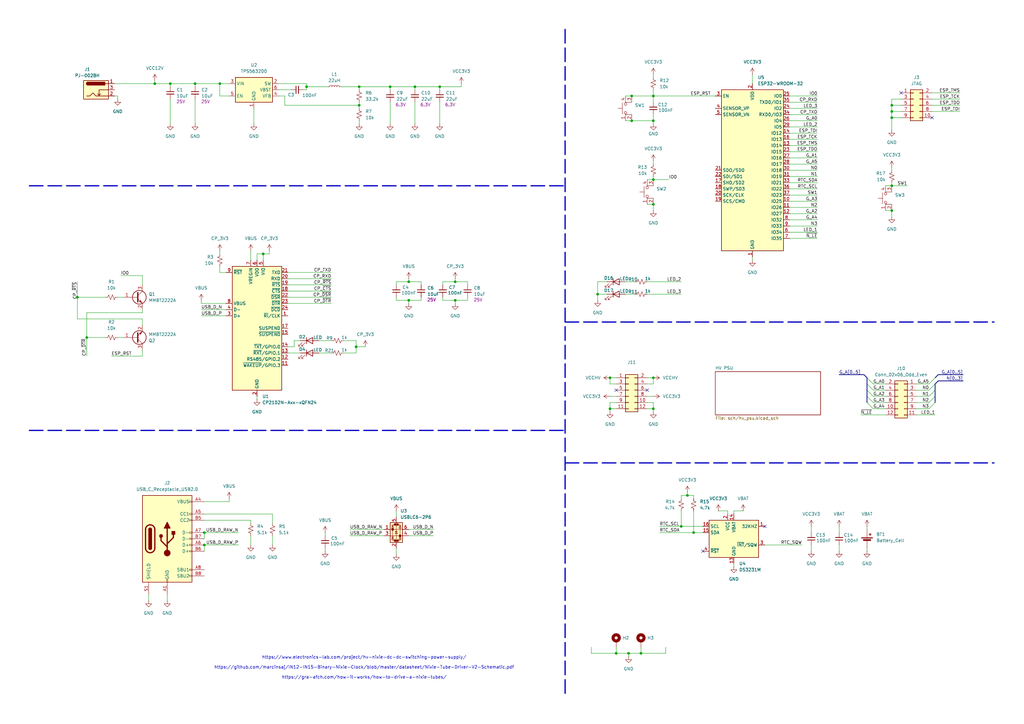
<source format=kicad_sch>
(kicad_sch (version 20250114) (generator "eeschema") (generator_version "9.0")
  (paper "A3")
  (text "https://www.electronics-lab.com/project/hv-nixie-dc-dc-switching-power-supply/\n\nhttps://github.com/marcinsaj/IN12-IN15-Binary-Nixie-Clock/blob/master/datasheet/Nixie-Tube-Driver-V2-Schematic.pdf\n\nhttps://gra-afch.com/how-it-works/how-to-drive-a-nixie-tubes/" (at 149.352 273.812 0) (effects (font (size 1.27 1.27))))
  (junction (at 63.5 34.29))
  (junction (at 284.48 218.44))
  (junction (at 365.76 45.72))
  (junction (at 147.32 35.56))
  (junction (at 80.01 34.29))
  (junction (at 365.76 86.36))
  (junction (at 180.34 35.56))
  (junction (at 365.76 76.2))
  (junction (at 170.18 35.56))
  (junction (at 160.02 35.56))
  (junction (at 83.82 223.52))
  (junction (at 107.95 104.14))
  (junction (at 146.05 142.24))
  (junction (at 259.08 39.37))
  (junction (at 250.19 167.64))
  (junction (at 167.64 123.19))
  (junction (at 267.97 167.64))
  (junction (at 125.73 35.56))
  (junction (at 250.19 154.94))
  (junction (at 147.32 43.18))
  (junction (at 267.97 39.37))
  (junction (at 267.97 154.94))
  (junction (at 245.11 120.65))
  (junction (at 365.76 43.18))
  (junction (at 31.75 121.92))
  (junction (at 267.97 49.53))
  (junction (at 262.89 267.97))
  (junction (at 252.73 267.97))
  (junction (at 259.08 49.53))
  (junction (at 267.97 73.66))
  (junction (at 186.69 123.19))
  (junction (at 83.82 218.44))
  (junction (at 365.76 48.26))
  (junction (at 267.97 83.82))
  (junction (at 90.17 34.29))
  (junction (at 69.85 34.29))
  (junction (at 35.56 138.43))
  (junction (at 279.4 215.9))
  (junction (at 281.94 203.2))
  (junction (at 167.64 115.57))
  (junction (at 186.69 115.57))
  (junction (at 257.81 267.97))
  (no_connect (at 313.69 215.9))
  (no_connect (at 265.43 160.02))
  (no_connect (at 369.57 38.1))
  (no_connect (at 288.29 226.06))
  (no_connect (at 252.73 160.02))
  (no_connect (at 382.27 48.26))
  (bus_entry (at 383.54 154.94) (size -2.54 2.54))
  (bus_entry (at 383.54 162.56) (size -2.54 2.54))
  (bus_entry (at 355.6 157.48) (size 2.54 2.54))
  (bus_entry (at 383.54 165.1) (size -2.54 2.54))
  (bus_entry (at 355.6 160.02) (size 2.54 2.54))
  (bus_entry (at 355.6 165.1) (size 2.54 2.54))
  (bus_entry (at 383.54 157.48) (size -2.54 2.54))
  (bus_entry (at 355.6 154.94) (size 2.54 2.54))
  (bus_entry (at 355.6 162.56) (size 2.54 2.54))
  (bus_entry (at 383.54 160.02) (size -2.54 2.54))
  (wire (pts (xy 245.11 115.57) (xy 248.92 115.57)))
  (wire (pts (xy 160.02 35.56) (xy 170.18 35.56)))
  (wire (pts (xy 82.55 123.19) (xy 82.55 124.46)))
  (polyline (pts (xy 231.775 132.08) (xy 407.67 132.08)) (stroke (width 0.508) (type dash)))
  (wire (pts (xy 68.58 243.84) (xy 68.58 246.38)))
  (wire (pts (xy 284.48 209.55) (xy 284.48 218.44)))
  (wire (pts (xy 323.85 72.39) (xy 335.28 72.39)))
  (wire (pts (xy 46.99 39.37) (xy 48.26 39.37)))
  (wire (pts (xy 118.11 144.78) (xy 123.19 144.78)))
  (wire (pts (xy 250.19 165.1) (xy 250.19 167.64)))
  (wire (pts (xy 162.56 115.57) (xy 167.64 115.57)))
  (wire (pts (xy 135.89 139.7) (xy 130.81 139.7)))
  (wire (pts (xy 83.82 210.82) (xy 111.76 210.82)))
  (wire (pts (xy 146.05 144.78) (xy 140.97 144.78)))
  (wire (pts (xy 267.97 30.48) (xy 267.97 31.75)))
  (wire (pts (xy 365.76 86.36) (xy 365.76 88.9)))
  (wire (pts (xy 298.45 209.55) (xy 298.45 210.82)))
  (wire (pts (xy 358.14 167.64) (xy 363.22 167.64)))
  (wire (pts (xy 365.76 48.26) (xy 365.76 53.34)))
  (wire (pts (xy 146.05 139.7) (xy 140.97 139.7)))
  (wire (pts (xy 118.11 121.92) (xy 135.89 121.92)))
  (wire (pts (xy 186.69 115.57) (xy 191.77 115.57)))
  (wire (pts (xy 92.71 129.54) (xy 82.55 129.54)))
  (wire (pts (xy 147.32 43.18) (xy 147.32 44.45)))
  (wire (pts (xy 262.89 267.97) (xy 273.05 267.97)))
  (wire (pts (xy 323.85 41.91) (xy 335.28 41.91)))
  (wire (pts (xy 90.17 102.87) (xy 90.17 104.14)))
  (wire (pts (xy 323.85 49.53) (xy 335.28 49.53)))
  (wire (pts (xy 118.11 119.38) (xy 135.89 119.38)))
  (wire (pts (xy 83.82 223.52) (xy 97.79 223.52)))
  (wire (pts (xy 90.17 111.76) (xy 92.71 111.76)))
  (wire (pts (xy 335.28 64.77) (xy 323.85 64.77)))
  (wire (pts (xy 267.97 72.39) (xy 267.97 73.66)))
  (wire (pts (xy 102.87 219.71) (xy 102.87 223.52)))
  (wire (pts (xy 181.61 123.19) (xy 186.69 123.19)))
  (wire (pts (xy 250.19 162.56) (xy 252.73 162.56)))
  (wire (pts (xy 382.27 38.1) (xy 393.7 38.1)))
  (wire (pts (xy 124.46 36.83) (xy 125.73 36.83)))
  (wire (pts (xy 304.8 209.55) (xy 300.99 209.55)))
  (wire (pts (xy 365.76 45.72) (xy 365.76 48.26)))
  (wire (pts (xy 189.23 34.29) (xy 189.23 35.56)))
  (bus (pts (xy 394.97 156.21) (xy 384.81 156.21)))
  (wire (pts (xy 267.97 36.83) (xy 267.97 39.37)))
  (wire (pts (xy 172.72 121.92) (xy 172.72 123.19)))
  (wire (pts (xy 323.85 80.01) (xy 335.28 80.01)))
  (wire (pts (xy 281.94 203.2) (xy 279.4 203.2)))
  (wire (pts (xy 90.17 34.29) (xy 90.17 39.37)))
  (wire (pts (xy 133.35 218.44) (xy 133.35 219.71)))
  (wire (pts (xy 245.11 115.57) (xy 245.11 120.65)))
  (wire (pts (xy 31.75 121.92) (xy 31.75 130.81)))
  (wire (pts (xy 69.85 34.29) (xy 69.85 35.56)))
  (wire (pts (xy 382.27 40.64) (xy 393.7 40.64)))
  (wire (pts (xy 162.56 209.55) (xy 162.56 212.09)))
  (wire (pts (xy 284.48 203.2) (xy 284.48 204.47)))
  (wire (pts (xy 162.56 116.84) (xy 162.56 115.57)))
  (wire (pts (xy 80.01 34.29) (xy 80.01 35.56)))
  (wire (pts (xy 365.76 45.72) (xy 369.57 45.72)))
  (wire (pts (xy 332.74 215.9) (xy 332.74 218.44)))
  (wire (pts (xy 256.54 120.65) (xy 260.35 120.65)))
  (wire (pts (xy 58.42 146.05) (xy 58.42 143.51)))
  (wire (pts (xy 323.85 90.17) (xy 335.28 90.17)))
  (wire (pts (xy 344.17 223.52) (xy 344.17 226.06)))
  (wire (pts (xy 167.64 219.71) (xy 177.8 219.71)))
  (wire (pts (xy 111.76 210.82) (xy 111.76 214.63)))
  (wire (pts (xy 382.27 43.18) (xy 393.7 43.18)))
  (wire (pts (xy 35.56 138.43) (xy 35.56 146.05)))
  (wire (pts (xy 104.14 44.45) (xy 104.14 50.8)))
  (wire (pts (xy 48.26 121.92) (xy 50.8 121.92)))
  (wire (pts (xy 48.26 39.37) (xy 48.26 40.64)))
  (wire (pts (xy 133.35 224.79) (xy 133.35 226.06)))
  (wire (pts (xy 323.85 39.37) (xy 335.28 39.37)))
  (wire (pts (xy 267.97 162.56) (xy 265.43 162.56)))
  (wire (pts (xy 118.11 124.46) (xy 135.89 124.46)))
  (wire (pts (xy 365.76 43.18) (xy 365.76 45.72)))
  (wire (pts (xy 323.85 67.31) (xy 335.28 67.31)))
  (wire (pts (xy 118.11 142.24) (xy 120.65 142.24)))
  (wire (pts (xy 125.73 35.56) (xy 134.62 35.56)))
  (wire (pts (xy 323.85 87.63) (xy 335.28 87.63)))
  (wire (pts (xy 252.73 267.97) (xy 257.81 267.97)))
  (wire (pts (xy 63.5 33.02) (xy 63.5 34.29)))
  (wire (pts (xy 323.85 69.85) (xy 335.28 69.85)))
  (wire (pts (xy 186.69 123.19) (xy 186.69 124.46)))
  (wire (pts (xy 323.85 46.99) (xy 335.28 46.99)))
  (wire (pts (xy 363.22 76.2) (xy 365.76 76.2)))
  (wire (pts (xy 375.92 167.64) (xy 381 167.64)))
  (wire (pts (xy 146.05 142.24) (xy 146.05 144.78)))
  (wire (pts (xy 259.08 49.53) (xy 267.97 49.53)))
  (wire (pts (xy 58.42 130.81) (xy 31.75 130.81)))
  (wire (pts (xy 242.57 267.97) (xy 252.73 267.97)))
  (wire (pts (xy 270.51 218.44) (xy 284.48 218.44)))
  (wire (pts (xy 167.64 114.3) (xy 167.64 115.57)))
  (wire (pts (xy 105.41 104.14) (xy 107.95 104.14)))
  (wire (pts (xy 256.54 49.53) (xy 259.08 49.53)))
  (wire (pts (xy 110.49 104.14) (xy 107.95 104.14)))
  (wire (pts (xy 147.32 35.56) (xy 147.32 36.83)))
  (wire (pts (xy 102.87 213.36) (xy 102.87 214.63)))
  (wire (pts (xy 281.94 201.93) (xy 281.94 203.2)))
  (wire (pts (xy 58.42 133.35) (xy 58.42 130.81)))
  (wire (pts (xy 365.76 76.2) (xy 372.11 76.2)))
  (wire (pts (xy 49.53 113.03) (xy 58.42 113.03)))
  (wire (pts (xy 375.92 165.1) (xy 381 165.1)))
  (wire (pts (xy 93.98 204.47) (xy 93.98 205.74)))
  (wire (pts (xy 92.71 124.46) (xy 82.55 124.46)))
  (wire (pts (xy 83.82 218.44) (xy 83.82 220.98)))
  (wire (pts (xy 267.97 83.82) (xy 267.97 86.36)))
  (wire (pts (xy 323.85 97.79) (xy 335.28 97.79)))
  (wire (pts (xy 267.97 73.66) (xy 274.32 73.66)))
  (wire (pts (xy 300.99 231.14) (xy 300.99 232.41)))
  (wire (pts (xy 147.32 49.53) (xy 147.32 50.8)))
  (wire (pts (xy 308.61 30.48) (xy 308.61 34.29)))
  (wire (pts (xy 147.32 41.91) (xy 147.32 43.18)))
  (wire (pts (xy 120.65 139.7) (xy 120.65 142.24)))
  (wire (pts (xy 256.54 115.57) (xy 260.35 115.57)))
  (wire (pts (xy 265.43 154.94) (xy 267.97 154.94)))
  (wire (pts (xy 358.14 162.56) (xy 363.22 162.56)))
  (wire (pts (xy 267.97 49.53) (xy 267.97 50.8)))
  (wire (pts (xy 114.3 39.37) (xy 116.84 39.37)))
  (wire (pts (xy 267.97 39.37) (xy 293.37 39.37)))
  (wire (pts (xy 267.97 39.37) (xy 267.97 41.91)))
  (wire (pts (xy 355.6 215.9) (xy 355.6 217.17)))
  (wire (pts (xy 83.82 218.44) (xy 97.79 218.44)))
  (wire (pts (xy 35.56 128.27) (xy 35.56 138.43)))
  (wire (pts (xy 265.43 83.82) (xy 267.97 83.82)))
  (wire (pts (xy 143.51 219.71) (xy 157.48 219.71)))
  (bus (pts (xy 383.54 157.48) (xy 383.54 160.02)))
  (wire (pts (xy 353.06 170.18) (xy 363.22 170.18)))
  (wire (pts (xy 116.84 39.37) (xy 116.84 43.18)))
  (wire (pts (xy 118.11 111.76) (xy 135.89 111.76)))
  (wire (pts (xy 365.76 40.64) (xy 365.76 43.18)))
  (wire (pts (xy 118.11 114.3) (xy 135.89 114.3)))
  (wire (pts (xy 69.85 34.29) (xy 80.01 34.29)))
  (wire (pts (xy 90.17 34.29) (xy 93.98 34.29)))
  (wire (pts (xy 242.57 265.43) (xy 242.57 267.97)))
  (wire (pts (xy 358.14 165.1) (xy 363.22 165.1)))
  (polyline (pts (xy 12.065 76.2) (xy 231.775 76.2)) (stroke (width 0.508) (type dash)))
  (wire (pts (xy 250.19 165.1) (xy 252.73 165.1)))
  (wire (pts (xy 114.3 34.29) (xy 125.73 34.29)))
  (wire (pts (xy 252.73 265.43) (xy 252.73 267.97)))
  (wire (pts (xy 265.43 73.66) (xy 267.97 73.66)))
  (wire (pts (xy 265.43 157.48) (xy 267.97 157.48)))
  (wire (pts (xy 45.72 146.05) (xy 58.42 146.05)))
  (wire (pts (xy 31.75 121.92) (xy 43.18 121.92)))
  (bus (pts (xy 355.6 157.48) (xy 355.6 160.02)))
  (wire (pts (xy 284.48 218.44) (xy 288.29 218.44)))
  (wire (pts (xy 181.61 116.84) (xy 181.61 115.57)))
  (wire (pts (xy 332.74 223.52) (xy 332.74 226.06)))
  (wire (pts (xy 323.85 74.93) (xy 335.28 74.93)))
  (wire (pts (xy 110.49 102.87) (xy 110.49 104.14)))
  (wire (pts (xy 365.76 48.26) (xy 369.57 48.26)))
  (wire (pts (xy 160.02 41.91) (xy 160.02 50.8)))
  (wire (pts (xy 262.89 265.43) (xy 262.89 267.97)))
  (wire (pts (xy 186.69 114.3) (xy 186.69 115.57)))
  (wire (pts (xy 267.97 66.04) (xy 267.97 67.31)))
  (wire (pts (xy 323.85 95.25) (xy 335.28 95.25)))
  (bus (pts (xy 355.6 154.94) (xy 355.6 157.48)))
  (wire (pts (xy 120.65 139.7) (xy 123.19 139.7)))
  (wire (pts (xy 323.85 52.07) (xy 335.28 52.07)))
  (wire (pts (xy 125.73 35.56) (xy 125.73 36.83)))
  (wire (pts (xy 323.85 77.47) (xy 335.28 77.47)))
  (wire (pts (xy 83.82 223.52) (xy 83.82 226.06)))
  (wire (pts (xy 162.56 123.19) (xy 167.64 123.19)))
  (wire (pts (xy 256.54 39.37) (xy 259.08 39.37)))
  (wire (pts (xy 323.85 82.55) (xy 335.28 82.55)))
  (wire (pts (xy 265.43 120.65) (xy 279.4 120.65)))
  (wire (pts (xy 191.77 115.57) (xy 191.77 116.84)))
  (wire (pts (xy 300.99 209.55) (xy 300.99 210.82)))
  (wire (pts (xy 162.56 121.92) (xy 162.56 123.19)))
  (wire (pts (xy 180.34 35.56) (xy 180.34 36.83)))
  (wire (pts (xy 267.97 46.99) (xy 267.97 49.53)))
  (bus (pts (xy 383.54 162.56) (xy 383.54 165.1)))
  (wire (pts (xy 250.19 154.94) (xy 252.73 154.94)))
  (bus (pts (xy 383.54 160.02) (xy 383.54 162.56)))
  (wire (pts (xy 146.05 139.7) (xy 146.05 142.24)))
  (wire (pts (xy 46.99 34.29) (xy 63.5 34.29)))
  (wire (pts (xy 375.92 170.18) (xy 383.54 170.18)))
  (wire (pts (xy 365.76 68.58) (xy 365.76 69.85)))
  (wire (pts (xy 382.27 45.72) (xy 393.7 45.72)))
  (wire (pts (xy 181.61 115.57) (xy 186.69 115.57)))
  (wire (pts (xy 281.94 203.2) (xy 284.48 203.2)))
  (wire (pts (xy 245.11 120.65) (xy 245.11 123.19)))
  (wire (pts (xy 323.85 85.09) (xy 335.28 85.09)))
  (wire (pts (xy 160.02 35.56) (xy 160.02 36.83)))
  (wire (pts (xy 83.82 213.36) (xy 102.87 213.36)))
  (bus (pts (xy 383.54 157.48) (xy 384.81 156.21)))
  (wire (pts (xy 180.34 41.91) (xy 180.34 50.8)))
  (wire (pts (xy 80.01 34.29) (xy 90.17 34.29)))
  (bus (pts (xy 355.6 162.56) (xy 355.6 165.1)))
  (wire (pts (xy 375.92 162.56) (xy 381 162.56)))
  (wire (pts (xy 279.4 209.55) (xy 279.4 215.9)))
  (wire (pts (xy 118.11 116.84) (xy 135.89 116.84)))
  (wire (pts (xy 149.86 142.24) (xy 146.05 142.24)))
  (wire (pts (xy 80.01 40.64) (xy 80.01 50.8)))
  (wire (pts (xy 267.97 167.64) (xy 267.97 168.91)))
  (wire (pts (xy 116.84 43.18) (xy 147.32 43.18)))
  (wire (pts (xy 323.85 44.45) (xy 335.28 44.45)))
  (wire (pts (xy 167.64 217.17) (xy 177.8 217.17)))
  (wire (pts (xy 35.56 138.43) (xy 43.18 138.43)))
  (wire (pts (xy 170.18 35.56) (xy 180.34 35.56)))
  (wire (pts (xy 167.64 115.57) (xy 172.72 115.57)))
  (polyline (pts (xy 231.775 189.865) (xy 407.67 189.865)) (stroke (width 0.508) (type dash)))
  (wire (pts (xy 60.96 243.84) (xy 60.96 246.38)))
  (wire (pts (xy 172.72 115.57) (xy 172.72 116.84)))
  (wire (pts (xy 381 157.48) (xy 375.92 157.48)))
  (bus (pts (xy 384.81 153.67) (xy 383.54 154.94)))
  (wire (pts (xy 265.43 167.64) (xy 267.97 167.64)))
  (wire (pts (xy 365.76 43.18) (xy 369.57 43.18)))
  (wire (pts (xy 92.71 127) (xy 82.55 127)))
  (wire (pts (xy 90.17 39.37) (xy 93.98 39.37)))
  (wire (pts (xy 105.41 106.68) (xy 105.41 104.14)))
  (polyline (pts (xy 12.065 176.53) (xy 231.775 176.53)) (stroke (width 0.508) (type dash)))
  (wire (pts (xy 135.89 144.78) (xy 130.81 144.78)))
  (wire (pts (xy 257.81 267.97) (xy 257.81 269.24)))
  (wire (pts (xy 111.76 219.71) (xy 111.76 223.52)))
  (wire (pts (xy 181.61 121.92) (xy 181.61 123.19)))
  (bus (pts (xy 394.97 153.67) (xy 384.81 153.67)))
  (wire (pts (xy 344.17 215.9) (xy 344.17 218.44)))
  (wire (pts (xy 170.18 41.91) (xy 170.18 50.8)))
  (wire (pts (xy 358.14 160.02) (xy 363.22 160.02)))
  (wire (pts (xy 58.42 128.27) (xy 35.56 128.27)))
  (wire (pts (xy 63.5 34.29) (xy 69.85 34.29)))
  (polyline (pts (xy 231.775 12.065) (xy 231.775 285.115)) (stroke (width 0.508) (type dash)))
  (wire (pts (xy 323.85 57.15) (xy 335.28 57.15)))
  (wire (pts (xy 265.43 115.57) (xy 279.4 115.57)))
  (wire (pts (xy 358.14 157.48) (xy 363.22 157.48)))
  (wire (pts (xy 125.73 34.29) (xy 125.73 35.56)))
  (wire (pts (xy 323.85 59.69) (xy 335.28 59.69)))
  (wire (pts (xy 31.75 115.57) (xy 31.75 121.92)))
  (wire (pts (xy 143.51 217.17) (xy 157.48 217.17)))
  (wire (pts (xy 69.85 40.64) (xy 69.85 50.8)))
  (wire (pts (xy 259.08 39.37) (xy 267.97 39.37)))
  (wire (pts (xy 162.56 224.79) (xy 162.56 227.33)))
  (wire (pts (xy 114.3 36.83) (xy 119.38 36.83)))
  (wire (pts (xy 279.4 215.9) (xy 288.29 215.9)))
  (bus (pts (xy 344.17 153.67) (xy 354.33 153.67)))
  (wire (pts (xy 180.34 35.56) (xy 189.23 35.56)))
  (wire (pts (xy 265.43 165.1) (xy 267.97 165.1)))
  (wire (pts (xy 279.4 203.2) (xy 279.4 204.47)))
  (wire (pts (xy 167.64 123.19) (xy 172.72 123.19)))
  (wire (pts (xy 245.11 120.65) (xy 248.92 120.65)))
  (wire (pts (xy 323.85 62.23) (xy 335.28 62.23)))
  (wire (pts (xy 323.85 54.61) (xy 335.28 54.61)))
  (wire (pts (xy 102.87 102.87) (xy 102.87 106.68)))
  (wire (pts (xy 365.76 74.93) (xy 365.76 76.2)))
  (wire (pts (xy 294.64 209.55) (xy 298.45 209.55)))
  (bus (pts (xy 354.33 153.67) (xy 355.6 154.94)))
  (wire (pts (xy 267.97 154.94) (xy 267.97 157.48)))
  (wire (pts (xy 375.92 160.02) (xy 381 160.02)))
  (wire (pts (xy 365.76 40.64) (xy 369.57 40.64)))
  (wire (pts (xy 58.42 113.03) (xy 58.42 116.84)))
  (wire (pts (xy 83.82 205.74) (xy 93.98 205.74)))
  (wire (pts (xy 267.97 165.1) (xy 267.97 167.64)))
  (wire (pts (xy 186.69 123.19) (xy 191.77 123.19)))
  (wire (pts (xy 257.81 267.97) (xy 262.89 267.97)))
  (wire (pts (xy 139.7 35.56) (xy 147.32 35.56)))
  (wire (pts (xy 105.41 162.56) (xy 105.41 163.83)))
  (wire (pts (xy 167.64 123.19) (xy 167.64 124.46)))
  (bus (pts (xy 355.6 160.02) (xy 355.6 162.56)))
  (wire (pts (xy 355.6 224.79) (xy 355.6 226.06)))
  (wire (pts (xy 250.19 167.64) (xy 252.73 167.64)))
  (wire (pts (xy 48.26 138.43) (xy 50.8 138.43)))
  (wire (pts (xy 250.19 154.94) (xy 250.19 157.48)))
  (wire (pts (xy 250.19 167.64) (xy 250.19 168.91)))
  (wire (pts (xy 170.18 35.56) (xy 170.18 36.83)))
  (wire (pts (xy 90.17 109.22) (xy 90.17 111.76)))
  (wire (pts (xy 273.05 265.43) (xy 273.05 267.97)))
  (wire (pts (xy 308.61 105.41) (xy 308.61 106.68)))
  (wire (pts (xy 270.51 215.9) (xy 279.4 215.9)))
  (wire (pts (xy 313.69 223.52) (xy 328.93 223.52)))
  (wire (pts (xy 363.22 86.36) (xy 365.76 86.36)))
  (wire (pts (xy 147.32 35.56) (xy 160.02 35.56)))
  (wire (pts (xy 250.19 157.48) (xy 252.73 157.48)))
  (wire (pts (xy 58.42 127) (xy 58.42 128.27)))
  (wire (pts (xy 323.85 92.71) (xy 335.28 92.71)))
  (wire (pts (xy 191.77 121.92) (xy 191.77 123.19)))
  (wire (pts (xy 107.95 104.14) (xy 107.95 106.68)))
  (label "LED_1" (at 383.54 170.18 180))
  (label "G_A0" (at 335.28 49.53 180))
  (label "N3" (at 381 167.64 180))
  (label "USB_D_RAW_N" (at 143.51 217.17 0))
  (label "CP_~{DTR}" (at 35.56 146.05 90))
  (label "LED_3" (at 335.28 44.45 180))
  (label "G_A3" (at 335.28 82.55 180))
  (label "N1" (at 381 162.56 180))
  (label "N2" (at 335.28 85.09 180))
  (label "ESP_TCK" (at 335.28 57.15 180))
  (label "IO0" (at 274.32 73.66 0))
  (label "G_A4" (at 358.14 167.64 0))
  (label "ESP_TMS" (at 393.7 38.1 180))
  (label "USB_D_N" (at 177.8 217.17 180))
  (label "CP_RXD" (at 135.89 114.3 180))
  (label "G_A0" (at 358.14 157.48 0))
  (label "N[0..3]" (at 394.97 156.21 180))
  (label "ESP_TMS" (at 335.28 59.69 180))
  (label "ESP_TDI" (at 393.7 45.72 180))
  (label "RTC_SDA" (at 335.28 74.93 180))
  (label "N0" (at 381 160.02 180))
  (label "USB_D_RAW_N" (at 97.79 218.44 180))
  (label "USB_D_N" (at 82.55 127 0))
  (label "ESP_TDO" (at 335.28 62.23 180))
  (label "CP_TXD" (at 135.89 111.76 180))
  (label "CP_~{RTS}" (at 135.89 116.84 180))
  (label "SW1" (at 372.11 76.2 180))
  (label "USB_D_RAW_P" (at 97.79 223.52 180))
  (label "G_A1" (at 335.28 64.77 180))
  (label "CP_~{RTS}" (at 31.75 115.57 270))
  (label "LED_2" (at 279.4 115.57 180))
  (label "CP_RXD" (at 335.28 41.91 180))
  (label "ESP_TCK" (at 393.7 40.64 180))
  (label "USB_D_P" (at 177.8 219.71 180))
  (label "LED_2" (at 335.28 52.07 180))
  (label "RTC_SCL" (at 270.51 215.9 0))
  (label "G_A5" (at 335.28 67.31 180))
  (label "IO0" (at 49.53 113.03 0))
  (label "LED_3" (at 279.4 120.65 180))
  (label "ESP_TDO" (at 393.7 43.18 180))
  (label "CP_~{CTS}" (at 135.89 119.38 180))
  (label "N1" (at 335.28 72.39 180))
  (label "N2" (at 381 165.1 180))
  (label "G_A[0..5]" (at 394.97 153.67 180))
  (label "N0" (at 335.28 69.85 180))
  (label "~{N_LE}" (at 353.06 170.18 0))
  (label "G_A2" (at 335.28 87.63 180))
  (label "RTC_SCL" (at 335.28 77.47 180))
  (label "USB_D_RAW_P" (at 143.51 219.71 0))
  (label "~{N_LE}" (at 335.28 97.79 180))
  (label "LED_1" (at 335.28 95.25 180))
  (label "G_A1" (at 358.14 160.02 0))
  (label "N3" (at 335.28 92.71 180))
  (label "SW1" (at 335.28 80.01 180))
  (label "ESP_RST" (at 283.21 39.37 0))
  (label "CP_TXD" (at 335.28 46.99 180))
  (label "RTC_SQW" (at 328.93 223.52 180))
  (label "CP_~{DSR}" (at 135.89 121.92 180))
  (label "RTC_SDA" (at 270.51 218.44 0))
  (label "ESP_TDI" (at 335.28 54.61 180))
  (label "IO0" (at 335.28 39.37 180))
  (label "G_A2" (at 358.14 162.56 0))
  (label "G_A3" (at 358.14 165.1 0))
  (label "G_A[0..5]" (at 344.17 153.67 0))
  (label "G_A5" (at 381 157.48 180))
  (label "USB_D_P" (at 82.55 129.54 0))
  (label "ESP_RST" (at 45.72 146.05 0))
  (label "CP_~{DTR}" (at 135.89 124.46 180))
  (label "G_A4" (at 335.28 90.17 180))
  (symbol (lib_id "Device:C_Small") (at 181.61 119.38 180) (unit 1)
    (property "Reference" "C7" (at 185.42 117.856 0))
    (property "Value" "100nF" (at 186.69 120.142 0))
    (property "Footprint" "Capacitor_SMD:C_0603_1608Metric" (effects (hide yes)))
    (property "Description" "Unpolarized capacitor, small symbol" (effects (hide yes)))
    (property "LCSC" "C92490" (effects (hide yes)))
  )
  (symbol (lib_id "Switch:SW_MEC_5E") (at 365.76 81.28 90) (unit 1)
    (property "Reference" "SW3" (at 367.03 80.01 90) (effects (justify right)))
    (property "Value" "SW_MEC_5E" (effects (hide yes)))
    (property "Footprint" "Yet-Another-Nixie-Clock:SW_SKRPACE010" (effects (hide yes)))
    (property "Datasheet" "http://www.apem.com/int/index.php?controller=attachment&id_attachment=1371" (effects (hide yes)))
    (property "Description" "MEC 5E single pole normally-open tactile switch" (effects (hide yes)))
    (property "LCSC" "C139797 " (effects (hide yes)))
  )
  (symbol (lib_id "Device:Battery_Cell") (at 355.6 222.25 0) (unit 1) (in_bom no)
    (property "Reference" "BT1" (at 359.41 219.1384 0) (effects (justify left)))
    (property "Value" "Battery_Cell" (at 359.41 221.6784 0) (effects (justify left)))
    (property "Footprint" "Yet-Another-Nixie-Clock-Face:BAT-TH_CR2032-BS-6-1" (effects (hide yes)))
    (property "Description" "Single-cell battery" (effects (hide yes)))
  )
  (symbol (lib_id "power:VCC") (at 344.17 215.9 0) (unit 1)
    (property "Reference" "#PWR044" (effects (hide yes)))
    (property "Value" "VBAT" (at 344.17 210.82 0))
    (property "Description" "Power symbol creates a global label with name \"VCC\"" (effects (hide yes)))
  )
  (symbol (lib_id "Device:R_Small_US") (at 102.87 217.17 0) (unit 1)
    (property "Reference" "R4" (at 105.41 215.8999 0) (effects (justify left)))
    (property "Value" "5.1k" (at 105.41 218.4399 0) (effects (justify left)))
    (property "Footprint" "Resistor_SMD:R_0402_1005Metric" (effects (hide yes)))
    (property "Description" "Resistor, small US symbol" (effects (hide yes)))
    (property "LCSC" "C407575 " (effects (hide yes)))
  )
  (symbol (lib_id "Switch:SW_MEC_5E") (at 259.08 44.45 90) (unit 1)
    (property "Reference" "SW1" (at 260.35 43.18 90) (effects (justify right)))
    (property "Value" "SW_MEC_5E" (effects (hide yes)))
    (property "Footprint" "Yet-Another-Nixie-Clock:SW_SKRPACE010" (effects (hide yes)))
    (property "Datasheet" "http://www.apem.com/int/index.php?controller=attachment&id_attachment=1371" (effects (hide yes)))
    (property "Description" "MEC 5E single pole normally-open tactile switch" (effects (hide yes)))
    (property "LCSC" "C139797 " (effects (hide yes)))
  )
  (symbol (lib_id "Device:LED") (at 252.73 120.65 0) (unit 1) (in_bom no)
    (property "Reference" "D17" (at 249.682 119.126 0))
    (property "Value" "LED" (at 256.032 119.38 0))
    (property "Footprint" "LED_SMD:LED_0603_1608Metric" (effects (hide yes)))
    (property "Description" "Light emitting diode" (effects (hide yes)))
    (property "Sim.Pins" "1=K 2=A" (effects (hide yes)))
  )
  (symbol (lib_id "power:GND") (at 160.02 50.8 0) (unit 1)
    (property "Reference" "#PWR023" (effects (hide yes)))
    (property "Value" "GND" (at 160.02 55.88 0))
    (property "Description" "Power symbol creates a global label with name \"GND\" , ground" (effects (hide yes)))
  )
  (symbol (lib_id "power:VBUS") (at 93.98 204.47 0) (unit 1)
    (property "Reference" "#PWR09" (effects (hide yes)))
    (property "Value" "VBUS" (at 93.98 199.39 0))
    (property "Description" "Power symbol creates a global label with name \"VBUS\"" (effects (hide yes)))
  )
  (symbol (lib_id "power:VCC") (at 189.23 34.29 0) (unit 1)
    (property "Reference" "#PWR028" (effects (hide yes)))
    (property "Value" "VCC3V3" (at 189.23 29.21 0))
    (property "Description" "Power symbol creates a global label with name \"VCC\"" (effects (hide yes)))
  )
  (symbol (lib_id "Device:R_Small_US") (at 90.17 106.68 0) (mirror y) (unit 1)
    (property "Reference" "R3" (at 87.63 105.4099 0) (effects (justify left)))
    (property "Value" "10k" (at 87.63 107.9499 0) (effects (justify left)))
    (property "Footprint" "Resistor_SMD:R_0603_1608Metric" (effects (hide yes)))
    (property "Description" "Resistor, small US symbol" (effects (hide yes)))
    (property "LCSC" "C98220" (effects (hide yes)))
  )
  (symbol (lib_id "Device:C_Small") (at 121.92 36.83 90) (unit 1)
    (property "Reference" "C3" (at 119.38 38.862 90))
    (property "Value" "100nF" (at 127 39.116 90))
    (property "Footprint" "Capacitor_SMD:C_0603_1608Metric" (effects (hide yes)))
    (property "Description" "Unpolarized capacitor, small symbol" (effects (hide yes)))
    (property "LCSC" "C92490" (effects (hide yes)))
  )
  (symbol (lib_id "Connector:Barrel_Jack_Switch") (at 39.37 36.83 0) (unit 1)
    (property "Reference" "J1" (at 35.814 28.448 0))
    (property "Value" "PJ-002BH" (at 35.814 30.988 0))
    (property "Footprint" "Yet-Another-Nixie-Clock:CUI_PJ-002BH" (effects (hide yes)))
    (property "Description" "DC Barrel Jack with an internal switch" (effects (hide yes)))
    (property "MANUFACTURER_PART_NUMBER" "PJ-002BH" (effects (hide yes)))
    (property "LCSC" "C22359705" (effects (hide yes)))
  )
  (symbol (lib_id "Connector_Generic:Conn_02x06_Odd_Even") (at 370.84 162.56 0) (mirror y) (unit 1)
    (property "Reference" "J10" (at 369.57 151.13 0))
    (property "Value" "Conn_02x06_Odd_Even" (at 369.57 153.67 0))
    (property "Footprint" "Connector_PinHeader_2.54mm:PinHeader_2x06_P2.54mm_Vertical_SMD" (effects (hide yes)))
    (property "Description" "Generic connector, double row, 02x06, odd/even pin numbering scheme (row 1 odd numbers, row 2 even numbers), script generated (kicad-library-utils/schlib/autogen/connector/)" (effects (hide yes)))
    (property "LCSC" "C2685123" (effects (hide yes)))
  )
  (symbol (lib_id "power:GND") (at 105.41 163.83 0) (unit 1)
    (property "Reference" "#PWR012" (effects (hide yes)))
    (property "Value" "GND" (at 105.41 168.91 0))
    (property "Description" "Power symbol creates a global label with name \"GND\" , ground" (effects (hide yes)))
  )
  (symbol (lib_id "power:GND") (at 344.17 226.06 0) (unit 1)
    (property "Reference" "#PWR045" (effects (hide yes)))
    (property "Value" "GND" (at 344.17 231.14 0))
    (property "Description" "Power symbol creates a global label with name \"GND\" , ground" (effects (hide yes)))
  )
  (symbol (lib_id "power:GND") (at 365.76 88.9 0) (unit 1)
    (property "Reference" "#PWR051" (effects (hide yes)))
    (property "Value" "GND" (at 365.76 93.98 0))
    (property "Description" "Power symbol creates a global label with name \"GND\" , ground" (effects (hide yes)))
  )
  (symbol (lib_id "Device:C_Small") (at 332.74 220.98 180) (unit 1)
    (property "Reference" "C13" (at 336.55 219.456 0))
    (property "Value" "100nF" (at 337.82 221.742 0))
    (property "Footprint" "Capacitor_SMD:C_0603_1608Metric" (effects (hide yes)))
    (property "Description" "Unpolarized capacitor, small symbol" (effects (hide yes)))
    (property "LCSC" "C92490" (effects (hide yes)))
  )
  (symbol (lib_id "power:VCC") (at 304.8 209.55 0) (unit 1)
    (property "Reference" "#PWR039" (effects (hide yes)))
    (property "Value" "VBAT" (at 304.8 204.47 0))
    (property "Description" "Power symbol creates a global label with name \"VCC\"" (effects (hide yes)))
  )
  (symbol (lib_id "Device:C_Small") (at 170.18 39.37 0) (unit 1)
    (property "Reference" "C10" (at 172.72 38.1062 0) (effects (justify left)))
    (property "Value" "22uF" (at 172.72 40.6462 0) (effects (justify left)))
    (property "Footprint" "Capacitor_SMD:C_0603_1608Metric" (effects (hide yes)))
    (property "Description" "Unpolarized capacitor, small symbol" (effects (hide yes)))
    (property "Voltage" "6.3V" (at 174.498 42.926 0))
    (property "LCSC" "C109448" (effects (hide yes)))
  )
  (symbol (lib_id "Connector_Generic:Conn_02x06_Odd_Even") (at 257.81 160.02 0) (unit 1)
    (property "Reference" "J11" (at 259.08 148.59 0))
    (property "Value" "Conn_02x06_Odd_Even" (effects (hide yes)))
    (property "Footprint" "Connector_PinHeader_2.54mm:PinHeader_2x06_P2.54mm_Vertical_SMD" (effects (hide yes)))
    (property "Description" "Generic connector, double row, 02x06, odd/even pin numbering scheme (row 1 odd numbers, row 2 even numbers), script generated (kicad-library-utils/schlib/autogen/connector/)" (effects (hide yes)))
    (property "LCSC" "C2685123" (effects (hide yes)))
  )
  (symbol (lib_id "power:GND") (at 147.32 50.8 0) (unit 1)
    (property "Reference" "#PWR020" (effects (hide yes)))
    (property "Value" "GND" (at 147.32 55.88 0))
    (property "Description" "Power symbol creates a global label with name \"GND\" , ground" (effects (hide yes)))
  )
  (symbol (lib_id "power:GND") (at 300.99 232.41 0) (unit 1)
    (property "Reference" "#PWR038" (effects (hide yes)))
    (property "Value" "GND" (at 300.99 237.49 0))
    (property "Description" "Power symbol creates a global label with name \"GND\" , ground" (effects (hide yes)))
  )
  (symbol (lib_id "Device:C_Small") (at 162.56 119.38 180) (unit 1)
    (property "Reference" "C4" (at 166.37 117.856 0))
    (property "Value" "100nF" (at 167.64 120.142 0))
    (property "Footprint" "Capacitor_SMD:C_0603_1608Metric" (effects (hide yes)))
    (property "Description" "Unpolarized capacitor, small symbol" (effects (hide yes)))
    (property "LCSC" "C92490" (effects (hide yes)))
  )
  (symbol (lib_id "Device:C_Small") (at 344.17 220.98 180) (unit 1)
    (property "Reference" "C14" (at 347.98 219.456 0))
    (property "Value" "100nF" (at 349.25 221.742 0))
    (property "Footprint" "Capacitor_SMD:C_0603_1608Metric" (effects (hide yes)))
    (property "Description" "Unpolarized capacitor, small symbol" (effects (hide yes)))
    (property "LCSC" "C92490" (effects (hide yes)))
  )
  (symbol (lib_id "power:GND") (at 250.19 168.91 0) (unit 1)
    (property "Reference" "#PWR098" (effects (hide yes)))
    (property "Value" "GND" (at 250.19 173.99 0))
    (property "Description" "Power symbol creates a global label with name \"GND\" , ground" (effects (hide yes)))
  )
  (symbol (lib_id "Device:C_Small") (at 191.77 119.38 0) (unit 1)
    (property "Reference" "C8" (at 194.31 118.1162 0) (effects (justify left)))
    (property "Value" "10uF" (at 194.31 120.6562 0) (effects (justify left)))
    (property "Footprint" "Capacitor_SMD:C_0603_1608Metric" (effects (hide yes)))
    (property "Description" "Unpolarized capacitor, small symbol" (effects (hide yes)))
    (property "Voltage" "25V" (at 196.088 122.936 0))
    (property "LCSC" "C96446" (effects (hide yes)))
  )
  (symbol (lib_id "Device:R_Small_US") (at 45.72 138.43 90) (unit 1)
    (property "Reference" "R2" (at 45.72 132.08 90))
    (property "Value" "10k" (at 45.72 134.62 90))
    (property "Footprint" "Resistor_SMD:R_0603_1608Metric" (effects (hide yes)))
    (property "Description" "Resistor, small US symbol" (effects (hide yes)))
    (property "LCSC" "C98220" (effects (hide yes)))
  )
  (symbol (lib_id "power:GND") (at 308.61 106.68 0) (unit 1)
    (property "Reference" "#PWR041" (effects (hide yes)))
    (property "Value" "GND" (at 308.61 111.76 0))
    (property "Description" "Power symbol creates a global label with name \"GND\" , ground" (effects (hide yes)))
  )
  (symbol (lib_id "power:VCC") (at 267.97 30.48 0) (unit 1)
    (property "Reference" "#PWR032" (effects (hide yes)))
    (property "Value" "VCC3V3" (at 267.97 25.4 0))
    (property "Description" "Power symbol creates a global label with name \"VCC\"" (effects (hide yes)))
  )
  (symbol (lib_id "Device:R_Small_US") (at 279.4 207.01 0) (mirror y) (unit 1)
    (property "Reference" "R14" (at 276.86 205.7399 0) (effects (justify left)))
    (property "Value" "4.7k" (at 276.86 208.2799 0) (effects (justify left)))
    (property "Footprint" "Resistor_SMD:R_0603_1608Metric" (effects (hide yes)))
    (property "Description" "Resistor, small US symbol" (effects (hide yes)))
    (property "LCSC" "C99782" (effects (hide yes)))
  )
  (symbol (lib_id "power:VCC") (at 308.61 30.48 0) (unit 1)
    (property "Reference" "#PWR040" (effects (hide yes)))
    (property "Value" "VCC3V3" (at 308.61 25.4 0))
    (property "Description" "Power symbol creates a global label with name \"VCC\"" (effects (hide yes)))
  )
  (symbol (lib_id "Device:C_Small") (at 180.34 39.37 0) (unit 1)
    (property "Reference" "C11" (at 182.88 38.1062 0) (effects (justify left)))
    (property "Value" "22uF" (at 182.88 40.6462 0) (effects (justify left)))
    (property "Footprint" "Capacitor_SMD:C_0603_1608Metric" (effects (hide yes)))
    (property "Description" "Unpolarized capacitor, small symbol" (effects (hide yes)))
    (property "Voltage" "6.3V" (at 184.658 42.926 0))
    (property "LCSC" "C109448" (effects (hide yes)))
  )
  (symbol (lib_id "Device:C_Small") (at 172.72 119.38 0) (unit 1)
    (property "Reference" "C6" (at 175.26 118.1162 0) (effects (justify left)))
    (property "Value" "10uF" (at 175.26 120.6562 0) (effects (justify left)))
    (property "Footprint" "Capacitor_SMD:C_0603_1608Metric" (effects (hide yes)))
    (property "Description" "Unpolarized capacitor, small symbol" (effects (hide yes)))
    (property "Voltage" "25V" (at 177.038 122.936 0))
    (property "LCSC" "C96446" (effects (hide yes)))
  )
  (symbol (lib_id "power:VCC") (at 281.94 201.93 0) (unit 1)
    (property "Reference" "#PWR036" (effects (hide yes)))
    (property "Value" "VCC3V3" (at 281.94 196.85 0))
    (property "Description" "Power symbol creates a global label with name \"VCC\"" (effects (hide yes)))
  )
  (symbol (lib_id "power:VCC") (at 355.6 215.9 0) (unit 1)
    (property "Reference" "#PWR046" (effects (hide yes)))
    (property "Value" "VBAT" (at 355.6 210.82 0))
    (property "Description" "Power symbol creates a global label with name \"VCC\"" (effects (hide yes)))
  )
  (symbol (lib_id "Connector:USB_C_Receptacle_USB2.0") (at 68.58 220.98 0) (unit 1)
    (property "Reference" "J2" (at 68.58 198.12 0))
    (property "Value" "USB_C_Receptacle_USB2.0" (at 68.58 200.66 0))
    (property "Footprint" "Connector_USB:USB_C_Receptacle_HCTL_HC-TYPE-C-16P-01A" (effects (hide yes)))
    (property "Datasheet" "https://www.usb.org/sites/default/files/documents/usb_type-c.zip" (effects (hide yes)))
    (property "LCSC" " C2894897" (effects (hide yes)))
  )
  (symbol (lib_id "Device:C_Small") (at 160.02 39.37 0) (unit 1)
    (property "Reference" "C9" (at 162.56 38.1062 0) (effects (justify left)))
    (property "Value" "22uF" (at 162.56 40.6462 0) (effects (justify left)))
    (property "Footprint" "Capacitor_SMD:C_0603_1608Metric" (effects (hide yes)))
    (property "Description" "Unpolarized capacitor, small symbol" (effects (hide yes)))
    (property "Voltage" "6.3V" (at 164.338 42.926 0))
    (property "LCSC" "C109448" (effects (hide yes)))
  )
  (symbol (lib_id "Device:R_Small_US") (at 365.76 72.39 0) (mirror y) (unit 1)
    (property "Reference" "R17" (at 363.22 71.1199 0) (effects (justify left)))
    (property "Value" "10k" (at 363.22 73.6599 0) (effects (justify left)))
    (property "Footprint" "Resistor_SMD:R_0603_1608Metric" (effects (hide yes)))
    (property "Description" "Resistor, small US symbol" (effects (hide yes)))
    (property "LCSC" "C98220" (effects (hide yes)))
  )
  (symbol (lib_id "power:GND") (at 133.35 226.06 0) (unit 1)
    (property "Reference" "#PWR019" (effects (hide yes)))
    (property "Value" "GND" (at 133.35 231.14 0))
    (property "Description" "Power symbol creates a global label with name \"GND\" , ground" (effects (hide yes)))
  )
  (symbol (lib_id "Mechanical:MountingHole_Pad") (at 252.73 262.89 0) (unit 1) (in_bom no)
    (property "Reference" "H2" (at 255.27 261.6199 0) (effects (justify left)))
    (property "Value" "MountingHole_Pad" (effects (hide yes)))
    (property "Footprint" "MountingHole:MountingHole_3.2mm_M3_Pad" (effects (hide yes)))
    (property "Description" "Mounting Hole with connection" (effects (hide yes)))
  )
  (symbol (lib_id "Transistor_BJT:MMBT2222A") (at 55.88 138.43 0) (mirror x) (unit 1)
    (property "Reference" "Q2" (at 60.96 139.7001 0) (effects (justify left)))
    (property "Value" "MMBT2222A" (at 60.96 137.1601 0) (effects (justify left)))
    (property "Footprint" "Package_TO_SOT_SMD:SOT-23" (effects (hide yes)))
    (property "Datasheet" "https://assets.nexperia.com/documents/data-sheet/MMBT2222A.pdf" (effects (hide yes)))
    (property "Description" "600mA Ic, 40V Vce, NPN Transistor, SOT-23" (effects (hide yes)))
    (property "LCSC" "C82460" (effects (hide yes)))
  )
  (symbol (lib_id "power:VCC") (at 332.74 215.9 0) (unit 1)
    (property "Reference" "#PWR042" (effects (hide yes)))
    (property "Value" "VCC3V3" (at 332.74 210.82 0))
    (property "Description" "Power symbol creates a global label with name \"VCC\"" (effects (hide yes)))
  )
  (symbol (lib_id "Device:L_Small") (at 137.16 35.56 90) (unit 1)
    (property "Reference" "L1" (at 137.16 30.48 90))
    (property "Value" "22uH" (at 137.16 33.02 90))
    (property "Footprint" "Inductor_SMD:L_APV_APH0615" (effects (hide yes)))
    (property "Description" "Inductor, small symbol" (effects (hide yes)))
    (property "LCSC" "C842909" (effects (hide yes)))
  )
  (symbol (lib_id "power:GND") (at 365.76 53.34 0) (unit 1)
    (property "Reference" "#PWR049" (effects (hide yes)))
    (property "Value" "GND" (at 365.76 58.42 0))
    (property "Description" "Power symbol creates a global label with name \"GND\" , ground" (effects (hide yes)))
  )
  (symbol (lib_id "power:GND") (at 267.97 168.91 0) (unit 1)
    (property "Reference" "#PWR0100" (effects (hide yes)))
    (property "Value" "GND" (at 267.97 173.99 0))
    (property "Description" "Power symbol creates a global label with name \"GND\" , ground" (effects (hide yes)))
  )
  (symbol (lib_id "Device:R_Small_US") (at 262.89 115.57 270) (unit 1)
    (property "Reference" "R10" (at 259.588 114.554 90))
    (property "Value" "1k" (at 265.684 114.3 90))
    (property "Footprint" "Resistor_SMD:R_0603_1608Metric" (effects (hide yes)))
    (property "Description" "Resistor, small US symbol" (effects (hide yes)))
    (property "LCSC" "C22548" (effects (hide yes)))
  )
  (symbol (lib_id "power:VCC") (at 267.97 66.04 0) (mirror y) (unit 1)
    (property "Reference" "#PWR034" (effects (hide yes)))
    (property "Value" "VCC3V3" (at 267.97 60.96 0))
    (property "Description" "Power symbol creates a global label with name \"VCC\"" (effects (hide yes)))
  )
  (symbol (lib_id "power:VBUS") (at 162.56 209.55 0) (unit 1)
    (property "Reference" "#PWR024" (effects (hide yes)))
    (property "Value" "VBUS" (at 162.56 204.47 0))
    (property "Description" "Power symbol creates a global label with name \"VBUS\"" (effects (hide yes)))
  )
  (symbol (lib_id "power:GND") (at 267.97 50.8 0) (unit 1)
    (property "Reference" "#PWR033" (effects (hide yes)))
    (property "Value" "GND" (at 267.97 54.864 0))
    (property "Description" "Power symbol creates a global label with name \"GND\" , ground" (effects (hide yes)))
  )
  (symbol (lib_id "Device:LED") (at 127 144.78 0) (unit 1) (in_bom no)
    (property "Reference" "D4" (at 123.952 143.256 0))
    (property "Value" "LED" (at 130.302 143.51 0))
    (property "Footprint" "LED_SMD:LED_0603_1608Metric" (effects (hide yes)))
    (property "Description" "Light emitting diode" (effects (hide yes)))
    (property "Sim.Pins" "1=K 2=A" (effects (hide yes)))
  )
  (symbol (lib_id "power:VBUS") (at 102.87 102.87 0) (mirror y) (unit 1)
    (property "Reference" "#PWR010" (effects (hide yes)))
    (property "Value" "VBUS" (at 102.87 97.79 0))
    (property "Description" "Power symbol creates a global label with name \"VBUS\"" (effects (hide yes)))
  )
  (symbol (lib_id "power:VCC") (at 294.64 209.55 0) (unit 1)
    (property "Reference" "#PWR037" (effects (hide yes)))
    (property "Value" "VCC3V3" (at 294.64 204.47 0))
    (property "Description" "Power symbol creates a global label with name \"VCC\"" (effects (hide yes)))
  )
  (symbol (lib_id "power:GND") (at 162.56 227.33 0) (unit 1)
    (property "Reference" "#PWR025" (effects (hide yes)))
    (property "Value" "GND" (at 162.56 232.41 0))
    (property "Description" "Power symbol creates a global label with name \"GND\" , ground" (effects (hide yes)))
  )
  (symbol (lib_id "power:GND") (at 170.18 50.8 0) (unit 1)
    (property "Reference" "#PWR026" (effects (hide yes)))
    (property "Value" "GND" (at 170.18 55.88 0))
    (property "Description" "Power symbol creates a global label with name \"GND\" , ground" (effects (hide yes)))
  )
  (symbol (lib_id "power:GND") (at 167.64 124.46 0) (unit 1)
    (property "Reference" "#PWR017" (effects (hide yes)))
    (property "Value" "GND" (at 167.64 129.54 0))
    (property "Description" "Power symbol creates a global label with name \"GND\" , ground" (effects (hide yes)))
  )
  (symbol (lib_id "power:VCC") (at 365.76 68.58 0) (mirror y) (unit 1)
    (property "Reference" "#PWR050" (effects (hide yes)))
    (property "Value" "VCC3V3" (at 365.76 63.5 0))
    (property "Description" "Power symbol creates a global label with name \"VCC\"" (effects (hide yes)))
  )
  (symbol (lib_id "power:GND") (at 332.74 226.06 0) (unit 1)
    (property "Reference" "#PWR043" (effects (hide yes)))
    (property "Value" "GND" (at 332.74 231.14 0))
    (property "Description" "Power symbol creates a global label with name \"GND\" , ground" (effects (hide yes)))
  )
  (symbol (lib_id "Device:R_Small_US") (at 147.32 39.37 0) (unit 1)
    (property "Reference" "R6" (at 149.86 38.0999 0) (effects (justify left)))
    (property "Value" "33.2k" (at 149.86 40.6399 0) (effects (justify left)))
    (property "Footprint" "Resistor_SMD:R_0603_1608Metric" (effects (hide yes)))
    (property "Description" "Resistor, small US symbol" (effects (hide yes)))
    (property "LCSC" "C706161" (effects (hide yes)))
  )
  (symbol (lib_id "Device:R_Small_US") (at 262.89 120.65 270) (unit 1)
    (property "Reference" "R11" (at 259.588 119.634 90))
    (property "Value" "1k" (at 265.684 119.38 90))
    (property "Footprint" "Resistor_SMD:R_0603_1608Metric" (effects (hide yes)))
    (property "Description" "Resistor, small US symbol" (effects (hide yes)))
    (property "LCSC" "C22548" (effects (hide yes)))
  )
  (symbol (lib_id "power:GND") (at 48.26 40.64 0) (unit 1)
    (property "Reference" "#PWR01" (effects (hide yes)))
    (property "Value" "GND" (at 48.26 45.72 0))
    (property "Description" "Power symbol creates a global label with name \"GND\" , ground" (effects (hide yes)))
  )
  (symbol (lib_id "Device:R_Small_US") (at 138.43 139.7 270) (unit 1)
    (property "Reference" "R9" (at 135.128 138.684 90))
    (property "Value" "1k" (at 141.224 138.43 90))
    (property "Footprint" "Resistor_SMD:R_0603_1608Metric" (effects (hide yes)))
    (property "Description" "Resistor, small US symbol" (effects (hide yes)))
    (property "LCSC" "C22548" (effects (hide yes)))
  )
  (symbol (lib_id "Device:R_Small_US") (at 138.43 144.78 270) (unit 1)
    (property "Reference" "R21" (at 135.128 143.764 90))
    (property "Value" "1k" (at 141.224 143.51 90))
    (property "Footprint" "Resistor_SMD:R_0603_1608Metric" (effects (hide yes)))
    (property "Description" "Resistor, small US symbol" (effects (hide yes)))
    (property "LCSC" "C22548" (effects (hide yes)))
  )
  (symbol (lib_id "power:VCC") (at 267.97 154.94 270) (unit 1)
    (property "Reference" "#PWR097" (effects (hide yes)))
    (property "Value" "VCCHV" (at 271.78 154.9399 90) (effects (justify left)))
    (property "Description" "Power symbol creates a global label with name \"VCC\"" (effects (hide yes)))
  )
  (symbol (lib_id "power:GND") (at 60.96 246.38 0) (unit 1)
    (property "Reference" "#PWR02" (effects (hide yes)))
    (property "Value" "GND" (at 60.96 251.46 0))
    (property "Description" "Power symbol creates a global label with name \"GND\" , ground" (effects (hide yes)))
  )
  (symbol (lib_id "Device:R_Small_US") (at 45.72 121.92 90) (unit 1)
    (property "Reference" "R1" (at 45.72 115.57 90))
    (property "Value" "10k" (at 45.72 118.11 90))
    (property "Footprint" "Resistor_SMD:R_0603_1608Metric" (effects (hide yes)))
    (property "Description" "Resistor, small US symbol" (effects (hide yes)))
    (property "LCSC" "C98220" (effects (hide yes)))
  )
  (symbol (lib_id "power:VBUS") (at 149.86 142.24 0) (unit 1)
    (property "Reference" "#PWR063" (effects (hide yes)))
    (property "Value" "CP_3V3" (at 149.86 137.16 0))
    (property "Description" "Power symbol creates a global label with name \"VBUS\"" (effects (hide yes)))
  )
  (symbol (lib_id "Device:C_Small") (at 69.85 38.1 0) (unit 1)
    (property "Reference" "C1" (at 72.39 36.8362 0) (effects (justify left)))
    (property "Value" "10uF" (at 72.39 39.3762 0) (effects (justify left)))
    (property "Footprint" "Capacitor_SMD:C_0603_1608Metric" (effects (hide yes)))
    (property "Description" "Unpolarized capacitor, small symbol" (effects (hide yes)))
    (property "Voltage" "25V" (at 74.168 41.656 0))
    (property "LCSC" "C96446" (effects (hide yes)))
  )
  (symbol (lib_id "power:VBUS") (at 82.55 123.19 0) (mirror y) (unit 1)
    (property "Reference" "#PWR07" (effects (hide yes)))
    (property "Value" "VBUS" (at 82.55 118.11 0))
    (property "Description" "Power symbol creates a global label with name \"VBUS\"" (effects (hide yes)))
  )
  (symbol (lib_id "Device:LED") (at 252.73 115.57 0) (unit 1) (in_bom no)
    (property "Reference" "D16" (at 249.682 114.046 0))
    (property "Value" "LED" (at 256.032 114.3 0))
    (property "Footprint" "LED_SMD:LED_0603_1608Metric" (effects (hide yes)))
    (property "Description" "Light emitting diode" (effects (hide yes)))
    (property "Sim.Pins" "1=K 2=A" (effects (hide yes)))
  )
  (symbol (lib_id "power:GND") (at 104.14 50.8 0) (unit 1)
    (property "Reference" "#PWR013" (effects (hide yes)))
    (property "Value" "GND" (at 104.14 55.88 0))
    (property "Description" "Power symbol creates a global label with name \"GND\" , ground" (effects (hide yes)))
  )
  (symbol (lib_id "power:GND") (at 257.81 269.24 0) (unit 1)
    (property "Reference" "#PWR095" (effects (hide yes)))
    (property "Value" "GND" (at 257.81 274.32 0))
    (property "Description" "Power symbol creates a global label with name \"GND\" , ground" (effects (hide yes)))
  )
  (symbol (lib_id "Device:C_Small") (at 133.35 222.25 180) (unit 1)
    (property "Reference" "C5" (at 137.16 220.726 0))
    (property "Value" "100nF" (at 138.43 223.012 0))
    (property "Footprint" "Capacitor_SMD:C_0603_1608Metric" (effects (hide yes)))
    (property "Description" "Unpolarized capacitor, small symbol" (effects (hide yes)))
    (property "LCSC" "C92490" (effects (hide yes)))
  )
  (symbol (lib_id "Device:C_Small") (at 80.01 38.1 0) (unit 1)
    (property "Reference" "C2" (at 82.55 36.8362 0) (effects (justify left)))
    (property "Value" "10uF" (at 82.55 39.3762 0) (effects (justify left)))
    (property "Footprint" "Capacitor_SMD:C_0603_1608Metric" (effects (hide yes)))
    (property "Description" "Unpolarized capacitor, small symbol" (effects (hide yes)))
    (property "Voltage" "25V" (at 84.328 41.656 0))
    (property "LCSC" "C96446" (effects (hide yes)))
  )
  (symbol (lib_id "power:GND") (at 111.76 223.52 0) (unit 1)
    (property "Reference" "#PWR015" (effects (hide yes)))
    (property "Value" "GND" (at 111.76 228.6 0))
    (property "Description" "Power symbol creates a global label with name \"GND\" , ground" (effects (hide yes)))
  )
  (symbol (lib_id "Device:R_Small_US") (at 267.97 34.29 0) (unit 1)
    (property "Reference" "R12" (at 270.51 33.0199 0) (effects (justify left)))
    (property "Value" "10k" (at 270.51 35.5599 0) (effects (justify left)))
    (property "Footprint" "Resistor_SMD:R_0603_1608Metric" (effects (hide yes)))
    (property "Description" "Resistor, small US symbol" (effects (hide yes)))
    (property "LCSC" "C98220" (effects (hide yes)))
  )
  (symbol (lib_id "Switch:SW_MEC_5E") (at 267.97 78.74 90) (unit 1)
    (property "Reference" "SW2" (at 269.24 77.47 90) (effects (justify right)))
    (property "Value" "SW_MEC_5E" (effects (hide yes)))
    (property "Footprint" "Yet-Another-Nixie-Clock:SW_SKRPACE010" (effects (hide yes)))
    (property "Datasheet" "http://www.apem.com/int/index.php?controller=attachment&id_attachment=1371" (effects (hide yes)))
    (property "Description" "MEC 5E single pole normally-open tactile switch" (effects (hide yes)))
    (property "LCSC" "C139797 " (effects (hide yes)))
  )
  (symbol (lib_id "Device:LED") (at 127 139.7 0) (unit 1) (in_bom no)
    (property "Reference" "D2" (at 123.952 138.176 0))
    (property "Value" "LED" (at 130.302 138.43 0))
    (property "Footprint" "LED_SMD:LED_0603_1608Metric" (effects (hide yes)))
    (property "Description" "Light emitting diode" (effects (hide yes)))
    (property "Sim.Pins" "1=K 2=A" (effects (hide yes)))
  )
  (symbol (lib_id "power:VBUS") (at 186.69 114.3 0) (unit 1)
    (property "Reference" "#PWR021" (effects (hide yes)))
    (property "Value" "CP_3V3" (at 186.69 109.22 0))
    (property "Description" "Power symbol creates a global label with name \"VBUS\"" (effects (hide yes)))
  )
  (symbol (lib_id "power:VCC") (at 267.97 162.56 270) (unit 1)
    (property "Reference" "#PWR030" (effects (hide yes)))
    (property "Value" "VCC3V3" (at 271.78 162.5601 90) (effects (justify left)))
    (property "Description" "Power symbol creates a global label with name \"VCC\"" (effects (hide yes)))
  )
  (symbol (lib_id "power:VBUS") (at 90.17 102.87 0) (unit 1)
    (property "Reference" "#PWR08" (effects (hide yes)))
    (property "Value" "CP_3V3" (at 90.17 97.79 0))
    (property "Description" "Power symbol creates a global label with name \"VBUS\"" (effects (hide yes)))
  )
  (symbol (lib_id "Transistor_BJT:MMBT2222A") (at 55.88 121.92 0) (unit 1)
    (property "Reference" "Q1" (at 60.96 120.6499 0) (effects (justify left)))
    (property "Value" "MMBT2222A" (at 60.96 123.1899 0) (effects (justify left)))
    (property "Footprint" "Package_TO_SOT_SMD:SOT-23" (effects (hide yes)))
    (property "Datasheet" "https://assets.nexperia.com/documents/data-sheet/MMBT2222A.pdf" (effects (hide yes)))
    (property "Description" "600mA Ic, 40V Vce, NPN Transistor, SOT-23" (effects (hide yes)))
    (property "LCSC" "C82460" (effects (hide yes)))
  )
  (symbol (lib_id "power:GND") (at 69.85 50.8 0) (unit 1)
    (property "Reference" "#PWR05" (effects (hide yes)))
    (property "Value" "GND" (at 69.85 55.88 0))
    (property "Description" "Power symbol creates a global label with name \"GND\" , ground" (effects (hide yes)))
  )
  (symbol (lib_id "Connector_Generic:Conn_02x05_Odd_Even") (at 374.65 43.18 0) (unit 1)
    (property "Reference" "J3" (at 375.92 31.75 0))
    (property "Value" "JTAG" (at 375.92 34.29 0))
    (property "Footprint" "Connector_IDC:IDC-Header_2x05_P2.54mm_Vertical" (effects (hide yes)))
    (property "Description" "Generic connector, double row, 02x05, odd/even pin numbering scheme (row 1 odd numbers, row 2 even numbers), script generated (kicad-library-utils/schlib/autogen/connector/)" (effects (hide yes)))
    (property "LCSC" "C573025" (effects (hide yes)))
  )
  (symbol (lib_id "power:VBUS") (at 167.64 114.3 0) (unit 1)
    (property "Reference" "#PWR016" (effects (hide yes)))
    (property "Value" "VBUS" (at 167.64 109.22 0))
    (property "Description" "Power symbol creates a global label with name \"VBUS\"" (effects (hide yes)))
  )
  (symbol (lib_id "power:GND") (at 355.6 226.06 0) (unit 1)
    (property "Reference" "#PWR047" (effects (hide yes)))
    (property "Value" "GND" (at 355.6 231.14 0))
    (property "Description" "Power symbol creates a global label with name \"GND\" , ground" (effects (hide yes)))
  )
  (symbol (lib_id "Mechanical:MountingHole_Pad") (at 262.89 262.89 0) (unit 1) (in_bom no)
    (property "Reference" "H3" (at 265.43 261.6199 0) (effects (justify left)))
    (property "Value" "MountingHole_Pad" (effects (hide yes)))
    (property "Footprint" "MountingHole:MountingHole_3.2mm_M3_Pad" (effects (hide yes)))
    (property "Description" "Mounting Hole with connection" (effects (hide yes)))
  )
  (symbol (lib_id "power:GND") (at 68.58 246.38 0) (unit 1)
    (property "Reference" "#PWR04" (effects (hide yes)))
    (property "Value" "GND" (at 68.58 251.46 0))
    (property "Description" "Power symbol creates a global label with name \"GND\" , ground" (effects (hide yes)))
  )
  (symbol (lib_id "power:GND") (at 186.69 124.46 0) (unit 1)
    (property "Reference" "#PWR022" (effects (hide yes)))
    (property "Value" "GND" (at 186.69 129.54 0))
    (property "Description" "Power symbol creates a global label with name \"GND\" , ground" (effects (hide yes)))
  )
  (symbol (lib_id "power:GND") (at 245.11 123.19 0) (unit 1)
    (property "Reference" "#PWR031" (effects (hide yes)))
    (property "Value" "GND" (at 245.11 128.27 0))
    (property "Description" "Power symbol creates a global label with name \"GND\" , ground" (effects (hide yes)))
  )
  (symbol (lib_id "power:VBUS") (at 133.35 218.44 0) (unit 1)
    (property "Reference" "#PWR018" (effects (hide yes)))
    (property "Value" "VBUS" (at 133.35 213.36 0))
    (property "Description" "Power symbol creates a global label with name \"VBUS\"" (effects (hide yes)))
  )
  (symbol (lib_id "power:GND") (at 267.97 86.36 0) (unit 1)
    (property "Reference" "#PWR035" (effects (hide yes)))
    (property "Value" "GND" (at 267.97 91.44 0))
    (property "Description" "Power symbol creates a global label with name \"GND\" , ground" (effects (hide yes)))
  )
  (symbol (lib_id "RF_Module:ESP32-WROOM-32") (at 308.61 69.85 0) (unit 1)
    (property "Reference" "U5" (at 310.7533 31.75 0) (effects (justify left)))
    (property "Value" "ESP32-WROOM-32" (at 310.7533 34.29 0) (effects (justify left)))
    (property "Footprint" "RF_Module:ESP32-WROOM-32" (effects (hide yes)))
    (property "Datasheet" "https://www.espressif.com/sites/default/files/documentation/esp32-wroom-32_datasheet_en.pdf" (effects (hide yes)))
    (property "Description" "RF Module, ESP32-D0WDQ6 SoC, Wi-Fi 802.11b/g/n, Bluetooth, BLE, 32-bit, 2.7-3.6V, onboard antenna, SMD" (effects (hide yes)))
    (property "LCSC" "C82899" (effects (hide yes)))
  )
  (symbol (lib_id "power:VBUS") (at 110.49 102.87 0) (unit 1)
    (property "Reference" "#PWR014" (effects (hide yes)))
    (property "Value" "CP_3V3" (at 110.49 97.79 0))
    (property "Description" "Power symbol creates a global label with name \"VBUS\"" (effects (hide yes)))
  )
  (symbol (lib_id "Timer_RTC:DS3231M") (at 300.99 220.98 0) (unit 1)
    (property "Reference" "U4" (at 303.1333 231.14 0) (effects (justify left)))
    (property "Value" "DS3231M" (at 303.1333 233.68 0) (effects (justify left)))
    (property "Footprint" "Package_SO:SOIC-16W_7.5x10.3mm_P1.27mm" (effects (hide yes)))
    (property "Datasheet" "http://datasheets.maximintegrated.com/en/ds/DS3231.pdf" (effects (hide yes)))
    (property "Description" "Extremely Accurate I2C-Integrated RTC/TCXO/Crystal SOIC-16" (effects (hide yes)))
    (property "LCSC" "C722467" (effects (hide yes)))
  )
  (symbol (lib_id "Device:C_Small") (at 267.97 44.45 180) (unit 1)
    (property "Reference" "C12" (at 271.78 42.926 0))
    (property "Value" "100nF" (at 273.05 45.212 0))
    (property "Footprint" "Capacitor_SMD:C_0603_1608Metric" (effects (hide yes)))
    (property "Description" "Unpolarized capacitor, small symbol" (effects (hide yes)))
    (property "LCSC" "C92490" (effects (hide yes)))
  )
  (symbol (lib_id "Device:R_Small_US") (at 147.32 46.99 0) (unit 1)
    (property "Reference" "R7" (at 149.86 45.7199 0) (effects (justify left)))
    (property "Value" "10k" (at 149.86 48.2599 0) (effects (justify left)))
    (property "Footprint" "Resistor_SMD:R_0603_1608Metric" (effects (hide yes)))
    (property "Description" "Resistor, small US symbol" (effects (hide yes)))
    (property "LCSC" "C98220" (effects (hide yes)))
  )
  (symbol (lib_id "power:VCC") (at 250.19 162.56 90) (unit 1)
    (property "Reference" "#PWR029" (effects (hide yes)))
    (property "Value" "VCC3V3" (at 246.38 162.5599 90) (effects (justify left)))
    (property "Description" "Power symbol creates a global label with name \"VCC\"" (effects (hide yes)))
  )
  (symbol (lib_id "power:GND") (at 102.87 223.52 0) (unit 1)
    (property "Reference" "#PWR011" (effects (hide yes)))
    (property "Value" "GND" (at 102.87 228.6 0))
    (property "Description" "Power symbol creates a global label with name \"GND\" , ground" (effects (hide yes)))
  )
  (symbol (lib_id "power:GND") (at 180.34 50.8 0) (unit 1)
    (property "Reference" "#PWR027" (effects (hide yes)))
    (property "Value" "GND" (at 180.34 55.88 0))
    (property "Description" "Power symbol creates a global label with name \"GND\" , ground" (effects (hide yes)))
  )
  (symbol (lib_id "Device:R_Small_US") (at 267.97 69.85 0) (mirror y) (unit 1)
    (property "Reference" "R13" (at 265.43 68.5799 0) (effects (justify left)))
    (property "Value" "10k" (at 265.43 71.1199 0) (effects (justify left)))
    (property "Footprint" "Resistor_SMD:R_0603_1608Metric" (effects (hide yes)))
    (property "Description" "Resistor, small US symbol" (effects (hide yes)))
    (property "LCSC" "C98220" (effects (hide yes)))
  )
  (symbol (lib_id "Regulator_Switching:TPS563200") (at 104.14 36.83 0) (unit 1)
    (property "Reference" "U2" (at 104.14 26.67 0))
    (property "Value" "TPS563200" (at 104.14 29.21 0))
    (property "Footprint" "Package_TO_SOT_SMD:SOT-23-6" (effects (hide yes)))
    (property "Datasheet" "http://www.ti.com/lit/ds/symlink/tps563200.pdf" (effects (hide yes)))
    (property "Description" "3A Synchronous Step-Down Voltage Regulator, Adjustable Output Voltage, 4.5-17V Input Voltage, SOT-23-6" (effects (hide yes)))
    (property "LCSC" "C97253" (effects (hide yes)))
  )
  (symbol (lib_id "Device:R_Small_US") (at 111.76 217.17 0) (unit 1)
    (property "Reference" "R5" (at 114.3 215.8999 0) (effects (justify left)))
    (property "Value" "5.1k" (at 114.3 218.4399 0) (effects (justify left)))
    (property "Footprint" "Resistor_SMD:R_0402_1005Metric" (effects (hide yes)))
    (property "Description" "Resistor, small US symbol" (effects (hide yes)))
    (property "LCSC" "C407575 " (effects (hide yes)))
  )
  (symbol (lib_id "Power_Protection:USBLC6-2P6") (at 162.56 217.17 0) (unit 1)
    (property "Reference" "U3" (at 164.2111 209.55 0) (effects (justify left)))
    (property "Value" "USBLC6-2P6" (at 164.2111 212.09 0) (effects (justify left)))
    (property "Footprint" "Package_TO_SOT_SMD:SOT-666" (effects (hide yes)))
    (property "Datasheet" "https://www.st.com/resource/en/datasheet/usblc6-2.pdf" (effects (hide yes)))
    (property "Description" "Very low capacitance ESD protection diode, 2 data-line, SOT-666" (effects (hide yes)))
    (property "LCSC" "C2827693" (effects (hide yes)))
  )
  (symbol (lib_id "power:VCC") (at 250.19 154.94 90) (unit 1)
    (property "Reference" "#PWR099" (effects (hide yes)))
    (property "Value" "VCCHV" (at 246.38 154.9399 90) (effects (justify left)))
    (property "Description" "Power symbol creates a global label with name \"VCC\"" (effects (hide yes)))
  )
  (symbol (lib_id "Device:R_Small_US") (at 284.48 207.01 0) (unit 1)
    (property "Reference" "R15" (at 287.02 205.7399 0) (effects (justify left)))
    (property "Value" "4.7k" (at 287.02 208.2799 0) (effects (justify left)))
    (property "Footprint" "Resistor_SMD:R_0603_1608Metric" (effects (hide yes)))
    (property "Description" "Resistor, small US symbol" (effects (hide yes)))
    (property "LCSC" "C99782" (effects (hide yes)))
  )
  (symbol (lib_id "power:GND") (at 80.01 50.8 0) (unit 1)
    (property "Reference" "#PWR06" (effects (hide yes)))
    (property "Value" "GND" (at 80.01 55.88 0))
    (property "Description" "Power symbol creates a global label with name \"GND\" , ground" (effects (hide yes)))
  )
  (symbol (lib_id "Interface_USB:CP2102N-Axx-xQFN24") (at 105.41 134.62 0) (unit 1)
    (property "Reference" "U1" (at 107.5533 162.56 0) (effects (justify left)))
    (property "Value" "CP2102N-Axx-xQFN24" (at 107.5533 165.1 0) (effects (justify left)))
    (property "Footprint" "Package_DFN_QFN:QFN-24-1EP_4x4mm_P0.5mm_EP2.6x2.6mm" (effects (hide yes)))
    (property "Datasheet" "https://www.silabs.com/documents/public/data-sheets/cp2102n-datasheet.pdf" (effects (hide yes)))
    (property "Description" "USB to UART master bridge, QFN-24" (effects (hide yes)))
    (property "LCSC" "C969151" (effects (hide yes)))
  )
  (symbol (lib_id "power:VCC") (at 63.5 33.02 0) (unit 1)
    (property "Reference" "#PWR03" (effects (hide yes)))
    (property "Value" "VCC12V" (at 63.5 27.94 0))
    (property "Description" "Power symbol creates a global label with name \"VCC\"" (effects (hide yes)))
  )
  (sheet (at 293.37 152.4) (size 43.18 17.78) (stroke (width 0.1524))
    (property "Sheetname" "HV PSU" (at 293.37 151.6884 0) (effects (justify left bottom)))
    (property "Sheetfile" "sch/hv_psu.kicad_sch" (at 293.37 170.7646 0) (effects (justify left top)))
  )
)
</source>
